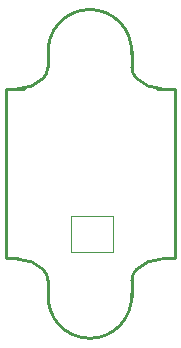
<source format=gm1>
G04*
G04 #@! TF.GenerationSoftware,Altium Limited,Altium Designer,20.0.2 (26)*
G04*
G04 Layer_Color=16711935*
%FSLAX25Y25*%
%MOIN*%
G70*
G01*
G75*
%ADD21C,0.01000*%
%ADD22C,0.00020*%
D21*
X44500Y24199D02*
G03*
X43000Y20577I3621J-3621D01*
G01*
X52950Y27699D02*
G03*
X44500Y24199I0J-11950D01*
G01*
X15000Y20577D02*
G03*
X13500Y24199I-5121J0D01*
G01*
D02*
G03*
X5050Y27699I-8450J-8450D01*
G01*
X13500Y88000D02*
G03*
X15000Y91621I-3621J3621D01*
G01*
X5050Y84500D02*
G03*
X13500Y88000I0J11950D01*
G01*
X44500D02*
G03*
X52950Y84500I8450J8450D01*
G01*
X43000Y91621D02*
G03*
X44500Y88000I5121J0D01*
G01*
X15135Y16209D02*
G03*
X42873Y16088I13865J-1010D01*
G01*
X42871Y96075D02*
G03*
X15175Y95545I-13871J925D01*
G01*
X43000Y15199D02*
Y20577D01*
X15000Y15199D02*
Y20577D01*
Y91621D02*
Y97000D01*
X43000Y91621D02*
Y97000D01*
X52950Y28000D02*
X57500D01*
X1000D02*
X5050D01*
X51500Y84500D02*
X57500D01*
X1000D02*
X7000D01*
X57500Y28000D02*
Y84500D01*
X1000Y28000D02*
Y84500D01*
D22*
X22727Y41971D02*
X22727Y29971D01*
X22727Y41971D02*
X36727Y41971D01*
X36727Y29971D02*
X36727Y41971D01*
X22727Y29971D02*
X36727Y29971D01*
M02*

</source>
